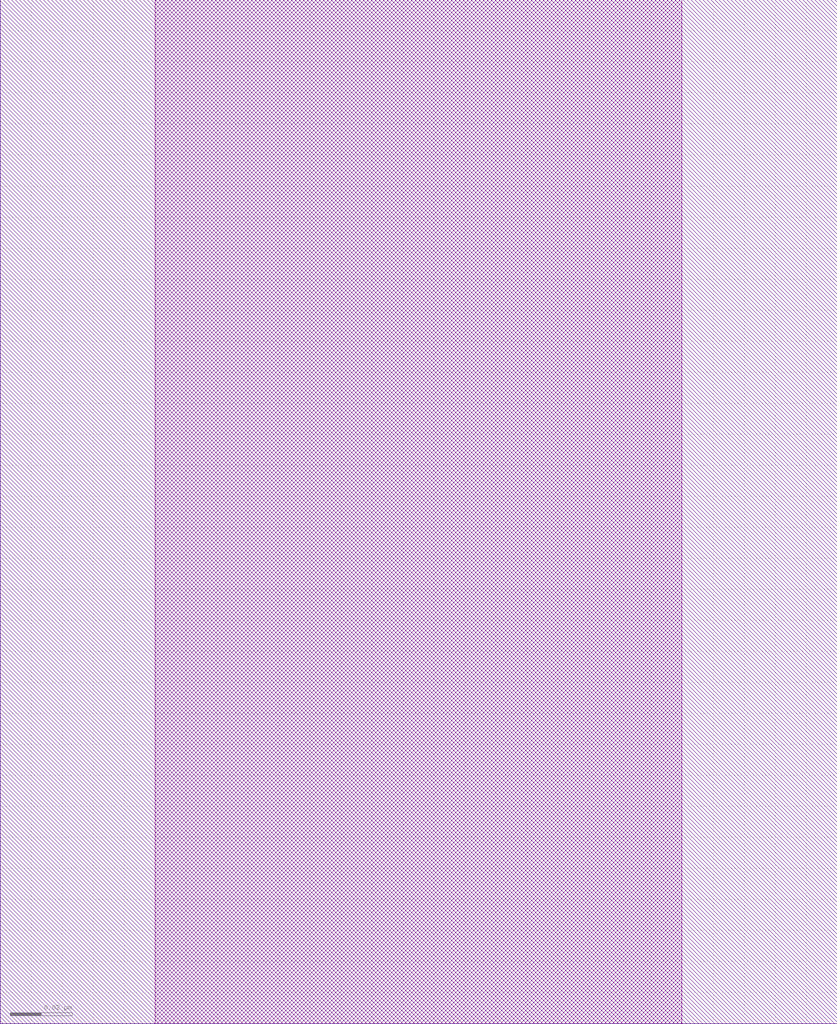
<source format=lef>
VERSION 5.7 ;
  NOWIREEXTENSIONATPIN ON ;
  DIVIDERCHAR "/" ;
  BUSBITCHARS "[]" ;
UNITS
  DATABASE MICRONS 200 ;
END UNITS

LAYER via2
  TYPE CUT ;
END via2

LAYER via
  TYPE CUT ;
END via

LAYER nwell
  TYPE MASTERSLICE ;
END nwell

LAYER via3
  TYPE CUT ;
END via3

LAYER pwell
  TYPE MASTERSLICE ;
END pwell

LAYER via4
  TYPE CUT ;
END via4

LAYER mcon
  TYPE CUT ;
END mcon

LAYER met6
  TYPE ROUTING ;
  WIDTH 0.030000 ;
  SPACING 0.040000 ;
  DIRECTION HORIZONTAL ;
END met6

LAYER met1
  TYPE ROUTING ;
  WIDTH 0.140000 ;
  SPACING 0.140000 ;
  DIRECTION HORIZONTAL ;
END met1

LAYER met3
  TYPE ROUTING ;
  WIDTH 0.300000 ;
  SPACING 0.300000 ;
  DIRECTION HORIZONTAL ;
END met3

LAYER met2
  TYPE ROUTING ;
  WIDTH 0.140000 ;
  SPACING 0.140000 ;
  DIRECTION HORIZONTAL ;
END met2

LAYER met4
  TYPE ROUTING ;
  WIDTH 0.300000 ;
  SPACING 0.300000 ;
  DIRECTION HORIZONTAL ;
END met4

LAYER met5
  TYPE ROUTING ;
  WIDTH 1.600000 ;
  SPACING 1.600000 ;
  DIRECTION HORIZONTAL ;
END met5

LAYER li1
  TYPE ROUTING ;
  WIDTH 0.170000 ;
  SPACING 0.170000 ;
  DIRECTION HORIZONTAL ;
END li1

MACRO sky130_hilas_poly2li
  CLASS BLOCK ;
  FOREIGN sky130_hilas_poly2li ;
  ORIGIN 0.090 0.140 ;
  SIZE 0.270 BY 0.330 ;
  OBS
      LAYER li1 ;
        RECT -0.040 -0.140 0.130 0.190 ;
  END
END sky130_hilas_poly2li
END LIBRARY


</source>
